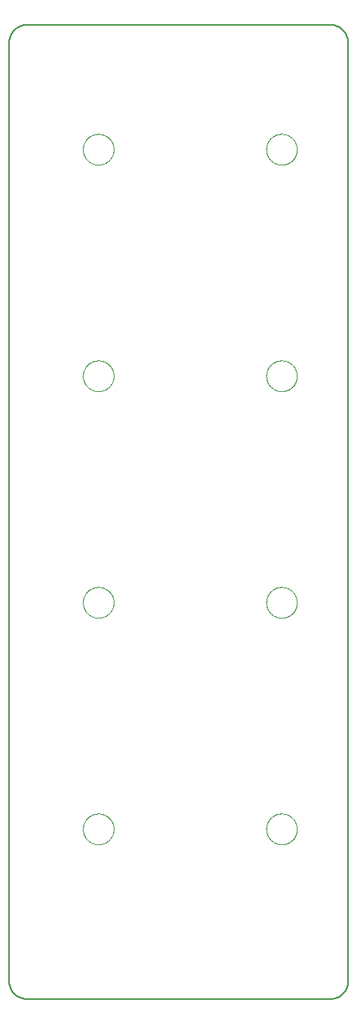
<source format=gko>
G75*
%MOIN*%
%OFA0B0*%
%FSLAX25Y25*%
%IPPOS*%
%LPD*%
%AMOC8*
5,1,8,0,0,1.08239X$1,22.5*
%
%ADD10C,0.00600*%
%ADD11C,0.00000*%
D10*
X0000000Y0007874D02*
X0000000Y0422126D01*
X0000002Y0422316D01*
X0000009Y0422506D01*
X0000021Y0422696D01*
X0000037Y0422886D01*
X0000057Y0423075D01*
X0000083Y0423264D01*
X0000112Y0423452D01*
X0000147Y0423639D01*
X0000186Y0423825D01*
X0000229Y0424010D01*
X0000277Y0424195D01*
X0000329Y0424378D01*
X0000385Y0424559D01*
X0000446Y0424739D01*
X0000512Y0424918D01*
X0000581Y0425095D01*
X0000655Y0425271D01*
X0000733Y0425444D01*
X0000816Y0425616D01*
X0000902Y0425785D01*
X0000992Y0425953D01*
X0001087Y0426118D01*
X0001185Y0426281D01*
X0001288Y0426441D01*
X0001394Y0426599D01*
X0001504Y0426754D01*
X0001617Y0426907D01*
X0001735Y0427057D01*
X0001856Y0427203D01*
X0001980Y0427347D01*
X0002108Y0427488D01*
X0002239Y0427626D01*
X0002374Y0427761D01*
X0002512Y0427892D01*
X0002653Y0428020D01*
X0002797Y0428144D01*
X0002943Y0428265D01*
X0003093Y0428383D01*
X0003246Y0428496D01*
X0003401Y0428606D01*
X0003559Y0428712D01*
X0003719Y0428815D01*
X0003882Y0428913D01*
X0004047Y0429008D01*
X0004215Y0429098D01*
X0004384Y0429184D01*
X0004556Y0429267D01*
X0004729Y0429345D01*
X0004905Y0429419D01*
X0005082Y0429488D01*
X0005261Y0429554D01*
X0005441Y0429615D01*
X0005622Y0429671D01*
X0005805Y0429723D01*
X0005990Y0429771D01*
X0006175Y0429814D01*
X0006361Y0429853D01*
X0006548Y0429888D01*
X0006736Y0429917D01*
X0006925Y0429943D01*
X0007114Y0429963D01*
X0007304Y0429979D01*
X0007494Y0429991D01*
X0007684Y0429998D01*
X0007874Y0430000D01*
X0142126Y0430000D01*
X0142316Y0429998D01*
X0142506Y0429991D01*
X0142696Y0429979D01*
X0142886Y0429963D01*
X0143075Y0429943D01*
X0143264Y0429917D01*
X0143452Y0429888D01*
X0143639Y0429853D01*
X0143825Y0429814D01*
X0144010Y0429771D01*
X0144195Y0429723D01*
X0144378Y0429671D01*
X0144559Y0429615D01*
X0144739Y0429554D01*
X0144918Y0429488D01*
X0145095Y0429419D01*
X0145271Y0429345D01*
X0145444Y0429267D01*
X0145616Y0429184D01*
X0145785Y0429098D01*
X0145953Y0429008D01*
X0146118Y0428913D01*
X0146281Y0428815D01*
X0146441Y0428712D01*
X0146599Y0428606D01*
X0146754Y0428496D01*
X0146907Y0428383D01*
X0147057Y0428265D01*
X0147203Y0428144D01*
X0147347Y0428020D01*
X0147488Y0427892D01*
X0147626Y0427761D01*
X0147761Y0427626D01*
X0147892Y0427488D01*
X0148020Y0427347D01*
X0148144Y0427203D01*
X0148265Y0427057D01*
X0148383Y0426907D01*
X0148496Y0426754D01*
X0148606Y0426599D01*
X0148712Y0426441D01*
X0148815Y0426281D01*
X0148913Y0426118D01*
X0149008Y0425953D01*
X0149098Y0425785D01*
X0149184Y0425616D01*
X0149267Y0425444D01*
X0149345Y0425271D01*
X0149419Y0425095D01*
X0149488Y0424918D01*
X0149554Y0424739D01*
X0149615Y0424559D01*
X0149671Y0424378D01*
X0149723Y0424195D01*
X0149771Y0424010D01*
X0149814Y0423825D01*
X0149853Y0423639D01*
X0149888Y0423452D01*
X0149917Y0423264D01*
X0149943Y0423075D01*
X0149963Y0422886D01*
X0149979Y0422696D01*
X0149991Y0422506D01*
X0149998Y0422316D01*
X0150000Y0422126D01*
X0150000Y0007874D01*
X0149998Y0007684D01*
X0149991Y0007494D01*
X0149979Y0007304D01*
X0149963Y0007114D01*
X0149943Y0006925D01*
X0149917Y0006736D01*
X0149888Y0006548D01*
X0149853Y0006361D01*
X0149814Y0006175D01*
X0149771Y0005990D01*
X0149723Y0005805D01*
X0149671Y0005622D01*
X0149615Y0005441D01*
X0149554Y0005261D01*
X0149488Y0005082D01*
X0149419Y0004905D01*
X0149345Y0004729D01*
X0149267Y0004556D01*
X0149184Y0004384D01*
X0149098Y0004215D01*
X0149008Y0004047D01*
X0148913Y0003882D01*
X0148815Y0003719D01*
X0148712Y0003559D01*
X0148606Y0003401D01*
X0148496Y0003246D01*
X0148383Y0003093D01*
X0148265Y0002943D01*
X0148144Y0002797D01*
X0148020Y0002653D01*
X0147892Y0002512D01*
X0147761Y0002374D01*
X0147626Y0002239D01*
X0147488Y0002108D01*
X0147347Y0001980D01*
X0147203Y0001856D01*
X0147057Y0001735D01*
X0146907Y0001617D01*
X0146754Y0001504D01*
X0146599Y0001394D01*
X0146441Y0001288D01*
X0146281Y0001185D01*
X0146118Y0001087D01*
X0145953Y0000992D01*
X0145785Y0000902D01*
X0145616Y0000816D01*
X0145444Y0000733D01*
X0145271Y0000655D01*
X0145095Y0000581D01*
X0144918Y0000512D01*
X0144739Y0000446D01*
X0144559Y0000385D01*
X0144378Y0000329D01*
X0144195Y0000277D01*
X0144010Y0000229D01*
X0143825Y0000186D01*
X0143639Y0000147D01*
X0143452Y0000112D01*
X0143264Y0000083D01*
X0143075Y0000057D01*
X0142886Y0000037D01*
X0142696Y0000021D01*
X0142506Y0000009D01*
X0142316Y0000002D01*
X0142126Y0000000D01*
X0007874Y0000000D01*
X0007684Y0000002D01*
X0007494Y0000009D01*
X0007304Y0000021D01*
X0007114Y0000037D01*
X0006925Y0000057D01*
X0006736Y0000083D01*
X0006548Y0000112D01*
X0006361Y0000147D01*
X0006175Y0000186D01*
X0005990Y0000229D01*
X0005805Y0000277D01*
X0005622Y0000329D01*
X0005441Y0000385D01*
X0005261Y0000446D01*
X0005082Y0000512D01*
X0004905Y0000581D01*
X0004729Y0000655D01*
X0004556Y0000733D01*
X0004384Y0000816D01*
X0004215Y0000902D01*
X0004047Y0000992D01*
X0003882Y0001087D01*
X0003719Y0001185D01*
X0003559Y0001288D01*
X0003401Y0001394D01*
X0003246Y0001504D01*
X0003093Y0001617D01*
X0002943Y0001735D01*
X0002797Y0001856D01*
X0002653Y0001980D01*
X0002512Y0002108D01*
X0002374Y0002239D01*
X0002239Y0002374D01*
X0002108Y0002512D01*
X0001980Y0002653D01*
X0001856Y0002797D01*
X0001735Y0002943D01*
X0001617Y0003093D01*
X0001504Y0003246D01*
X0001394Y0003401D01*
X0001288Y0003559D01*
X0001185Y0003719D01*
X0001087Y0003882D01*
X0000992Y0004047D01*
X0000902Y0004215D01*
X0000816Y0004384D01*
X0000733Y0004556D01*
X0000655Y0004729D01*
X0000581Y0004905D01*
X0000512Y0005082D01*
X0000446Y0005261D01*
X0000385Y0005441D01*
X0000329Y0005622D01*
X0000277Y0005805D01*
X0000229Y0005990D01*
X0000186Y0006175D01*
X0000147Y0006361D01*
X0000112Y0006548D01*
X0000083Y0006736D01*
X0000057Y0006925D01*
X0000037Y0007114D01*
X0000021Y0007304D01*
X0000009Y0007494D01*
X0000002Y0007684D01*
X0000000Y0007874D01*
D11*
X0113760Y0275000D02*
X0113762Y0275167D01*
X0113768Y0275333D01*
X0113778Y0275500D01*
X0113793Y0275666D01*
X0113811Y0275831D01*
X0113834Y0275996D01*
X0113860Y0276161D01*
X0113890Y0276325D01*
X0113925Y0276488D01*
X0113964Y0276650D01*
X0114006Y0276811D01*
X0114052Y0276971D01*
X0114103Y0277130D01*
X0114157Y0277288D01*
X0114215Y0277444D01*
X0114277Y0277599D01*
X0114343Y0277752D01*
X0114412Y0277904D01*
X0114485Y0278053D01*
X0114562Y0278201D01*
X0114642Y0278347D01*
X0114726Y0278491D01*
X0114814Y0278633D01*
X0114904Y0278773D01*
X0114999Y0278910D01*
X0115096Y0279045D01*
X0115197Y0279178D01*
X0115301Y0279308D01*
X0115409Y0279436D01*
X0115519Y0279561D01*
X0115633Y0279683D01*
X0115749Y0279802D01*
X0115868Y0279918D01*
X0115990Y0280032D01*
X0116115Y0280142D01*
X0116243Y0280250D01*
X0116373Y0280354D01*
X0116506Y0280455D01*
X0116641Y0280552D01*
X0116778Y0280647D01*
X0116918Y0280737D01*
X0117060Y0280825D01*
X0117204Y0280909D01*
X0117350Y0280989D01*
X0117498Y0281066D01*
X0117647Y0281139D01*
X0117799Y0281208D01*
X0117952Y0281274D01*
X0118107Y0281336D01*
X0118263Y0281394D01*
X0118421Y0281448D01*
X0118580Y0281499D01*
X0118740Y0281545D01*
X0118901Y0281587D01*
X0119063Y0281626D01*
X0119226Y0281661D01*
X0119390Y0281691D01*
X0119555Y0281717D01*
X0119720Y0281740D01*
X0119885Y0281758D01*
X0120051Y0281773D01*
X0120218Y0281783D01*
X0120384Y0281789D01*
X0120551Y0281791D01*
X0120718Y0281789D01*
X0120884Y0281783D01*
X0121051Y0281773D01*
X0121217Y0281758D01*
X0121382Y0281740D01*
X0121547Y0281717D01*
X0121712Y0281691D01*
X0121876Y0281661D01*
X0122039Y0281626D01*
X0122201Y0281587D01*
X0122362Y0281545D01*
X0122522Y0281499D01*
X0122681Y0281448D01*
X0122839Y0281394D01*
X0122995Y0281336D01*
X0123150Y0281274D01*
X0123303Y0281208D01*
X0123455Y0281139D01*
X0123604Y0281066D01*
X0123752Y0280989D01*
X0123898Y0280909D01*
X0124042Y0280825D01*
X0124184Y0280737D01*
X0124324Y0280647D01*
X0124461Y0280552D01*
X0124596Y0280455D01*
X0124729Y0280354D01*
X0124859Y0280250D01*
X0124987Y0280142D01*
X0125112Y0280032D01*
X0125234Y0279918D01*
X0125353Y0279802D01*
X0125469Y0279683D01*
X0125583Y0279561D01*
X0125693Y0279436D01*
X0125801Y0279308D01*
X0125905Y0279178D01*
X0126006Y0279045D01*
X0126103Y0278910D01*
X0126198Y0278773D01*
X0126288Y0278633D01*
X0126376Y0278491D01*
X0126460Y0278347D01*
X0126540Y0278201D01*
X0126617Y0278053D01*
X0126690Y0277904D01*
X0126759Y0277752D01*
X0126825Y0277599D01*
X0126887Y0277444D01*
X0126945Y0277288D01*
X0126999Y0277130D01*
X0127050Y0276971D01*
X0127096Y0276811D01*
X0127138Y0276650D01*
X0127177Y0276488D01*
X0127212Y0276325D01*
X0127242Y0276161D01*
X0127268Y0275996D01*
X0127291Y0275831D01*
X0127309Y0275666D01*
X0127324Y0275500D01*
X0127334Y0275333D01*
X0127340Y0275167D01*
X0127342Y0275000D01*
X0127340Y0274833D01*
X0127334Y0274667D01*
X0127324Y0274500D01*
X0127309Y0274334D01*
X0127291Y0274169D01*
X0127268Y0274004D01*
X0127242Y0273839D01*
X0127212Y0273675D01*
X0127177Y0273512D01*
X0127138Y0273350D01*
X0127096Y0273189D01*
X0127050Y0273029D01*
X0126999Y0272870D01*
X0126945Y0272712D01*
X0126887Y0272556D01*
X0126825Y0272401D01*
X0126759Y0272248D01*
X0126690Y0272096D01*
X0126617Y0271947D01*
X0126540Y0271799D01*
X0126460Y0271653D01*
X0126376Y0271509D01*
X0126288Y0271367D01*
X0126198Y0271227D01*
X0126103Y0271090D01*
X0126006Y0270955D01*
X0125905Y0270822D01*
X0125801Y0270692D01*
X0125693Y0270564D01*
X0125583Y0270439D01*
X0125469Y0270317D01*
X0125353Y0270198D01*
X0125234Y0270082D01*
X0125112Y0269968D01*
X0124987Y0269858D01*
X0124859Y0269750D01*
X0124729Y0269646D01*
X0124596Y0269545D01*
X0124461Y0269448D01*
X0124324Y0269353D01*
X0124184Y0269263D01*
X0124042Y0269175D01*
X0123898Y0269091D01*
X0123752Y0269011D01*
X0123604Y0268934D01*
X0123455Y0268861D01*
X0123303Y0268792D01*
X0123150Y0268726D01*
X0122995Y0268664D01*
X0122839Y0268606D01*
X0122681Y0268552D01*
X0122522Y0268501D01*
X0122362Y0268455D01*
X0122201Y0268413D01*
X0122039Y0268374D01*
X0121876Y0268339D01*
X0121712Y0268309D01*
X0121547Y0268283D01*
X0121382Y0268260D01*
X0121217Y0268242D01*
X0121051Y0268227D01*
X0120884Y0268217D01*
X0120718Y0268211D01*
X0120551Y0268209D01*
X0120384Y0268211D01*
X0120218Y0268217D01*
X0120051Y0268227D01*
X0119885Y0268242D01*
X0119720Y0268260D01*
X0119555Y0268283D01*
X0119390Y0268309D01*
X0119226Y0268339D01*
X0119063Y0268374D01*
X0118901Y0268413D01*
X0118740Y0268455D01*
X0118580Y0268501D01*
X0118421Y0268552D01*
X0118263Y0268606D01*
X0118107Y0268664D01*
X0117952Y0268726D01*
X0117799Y0268792D01*
X0117647Y0268861D01*
X0117498Y0268934D01*
X0117350Y0269011D01*
X0117204Y0269091D01*
X0117060Y0269175D01*
X0116918Y0269263D01*
X0116778Y0269353D01*
X0116641Y0269448D01*
X0116506Y0269545D01*
X0116373Y0269646D01*
X0116243Y0269750D01*
X0116115Y0269858D01*
X0115990Y0269968D01*
X0115868Y0270082D01*
X0115749Y0270198D01*
X0115633Y0270317D01*
X0115519Y0270439D01*
X0115409Y0270564D01*
X0115301Y0270692D01*
X0115197Y0270822D01*
X0115096Y0270955D01*
X0114999Y0271090D01*
X0114904Y0271227D01*
X0114814Y0271367D01*
X0114726Y0271509D01*
X0114642Y0271653D01*
X0114562Y0271799D01*
X0114485Y0271947D01*
X0114412Y0272096D01*
X0114343Y0272248D01*
X0114277Y0272401D01*
X0114215Y0272556D01*
X0114157Y0272712D01*
X0114103Y0272870D01*
X0114052Y0273029D01*
X0114006Y0273189D01*
X0113964Y0273350D01*
X0113925Y0273512D01*
X0113890Y0273675D01*
X0113860Y0273839D01*
X0113834Y0274004D01*
X0113811Y0274169D01*
X0113793Y0274334D01*
X0113778Y0274500D01*
X0113768Y0274667D01*
X0113762Y0274833D01*
X0113760Y0275000D01*
X0032658Y0275000D02*
X0032660Y0275167D01*
X0032666Y0275333D01*
X0032676Y0275500D01*
X0032691Y0275666D01*
X0032709Y0275831D01*
X0032732Y0275996D01*
X0032758Y0276161D01*
X0032788Y0276325D01*
X0032823Y0276488D01*
X0032862Y0276650D01*
X0032904Y0276811D01*
X0032950Y0276971D01*
X0033001Y0277130D01*
X0033055Y0277288D01*
X0033113Y0277444D01*
X0033175Y0277599D01*
X0033241Y0277752D01*
X0033310Y0277904D01*
X0033383Y0278053D01*
X0033460Y0278201D01*
X0033540Y0278347D01*
X0033624Y0278491D01*
X0033712Y0278633D01*
X0033802Y0278773D01*
X0033897Y0278910D01*
X0033994Y0279045D01*
X0034095Y0279178D01*
X0034199Y0279308D01*
X0034307Y0279436D01*
X0034417Y0279561D01*
X0034531Y0279683D01*
X0034647Y0279802D01*
X0034766Y0279918D01*
X0034888Y0280032D01*
X0035013Y0280142D01*
X0035141Y0280250D01*
X0035271Y0280354D01*
X0035404Y0280455D01*
X0035539Y0280552D01*
X0035676Y0280647D01*
X0035816Y0280737D01*
X0035958Y0280825D01*
X0036102Y0280909D01*
X0036248Y0280989D01*
X0036396Y0281066D01*
X0036545Y0281139D01*
X0036697Y0281208D01*
X0036850Y0281274D01*
X0037005Y0281336D01*
X0037161Y0281394D01*
X0037319Y0281448D01*
X0037478Y0281499D01*
X0037638Y0281545D01*
X0037799Y0281587D01*
X0037961Y0281626D01*
X0038124Y0281661D01*
X0038288Y0281691D01*
X0038453Y0281717D01*
X0038618Y0281740D01*
X0038783Y0281758D01*
X0038949Y0281773D01*
X0039116Y0281783D01*
X0039282Y0281789D01*
X0039449Y0281791D01*
X0039616Y0281789D01*
X0039782Y0281783D01*
X0039949Y0281773D01*
X0040115Y0281758D01*
X0040280Y0281740D01*
X0040445Y0281717D01*
X0040610Y0281691D01*
X0040774Y0281661D01*
X0040937Y0281626D01*
X0041099Y0281587D01*
X0041260Y0281545D01*
X0041420Y0281499D01*
X0041579Y0281448D01*
X0041737Y0281394D01*
X0041893Y0281336D01*
X0042048Y0281274D01*
X0042201Y0281208D01*
X0042353Y0281139D01*
X0042502Y0281066D01*
X0042650Y0280989D01*
X0042796Y0280909D01*
X0042940Y0280825D01*
X0043082Y0280737D01*
X0043222Y0280647D01*
X0043359Y0280552D01*
X0043494Y0280455D01*
X0043627Y0280354D01*
X0043757Y0280250D01*
X0043885Y0280142D01*
X0044010Y0280032D01*
X0044132Y0279918D01*
X0044251Y0279802D01*
X0044367Y0279683D01*
X0044481Y0279561D01*
X0044591Y0279436D01*
X0044699Y0279308D01*
X0044803Y0279178D01*
X0044904Y0279045D01*
X0045001Y0278910D01*
X0045096Y0278773D01*
X0045186Y0278633D01*
X0045274Y0278491D01*
X0045358Y0278347D01*
X0045438Y0278201D01*
X0045515Y0278053D01*
X0045588Y0277904D01*
X0045657Y0277752D01*
X0045723Y0277599D01*
X0045785Y0277444D01*
X0045843Y0277288D01*
X0045897Y0277130D01*
X0045948Y0276971D01*
X0045994Y0276811D01*
X0046036Y0276650D01*
X0046075Y0276488D01*
X0046110Y0276325D01*
X0046140Y0276161D01*
X0046166Y0275996D01*
X0046189Y0275831D01*
X0046207Y0275666D01*
X0046222Y0275500D01*
X0046232Y0275333D01*
X0046238Y0275167D01*
X0046240Y0275000D01*
X0046238Y0274833D01*
X0046232Y0274667D01*
X0046222Y0274500D01*
X0046207Y0274334D01*
X0046189Y0274169D01*
X0046166Y0274004D01*
X0046140Y0273839D01*
X0046110Y0273675D01*
X0046075Y0273512D01*
X0046036Y0273350D01*
X0045994Y0273189D01*
X0045948Y0273029D01*
X0045897Y0272870D01*
X0045843Y0272712D01*
X0045785Y0272556D01*
X0045723Y0272401D01*
X0045657Y0272248D01*
X0045588Y0272096D01*
X0045515Y0271947D01*
X0045438Y0271799D01*
X0045358Y0271653D01*
X0045274Y0271509D01*
X0045186Y0271367D01*
X0045096Y0271227D01*
X0045001Y0271090D01*
X0044904Y0270955D01*
X0044803Y0270822D01*
X0044699Y0270692D01*
X0044591Y0270564D01*
X0044481Y0270439D01*
X0044367Y0270317D01*
X0044251Y0270198D01*
X0044132Y0270082D01*
X0044010Y0269968D01*
X0043885Y0269858D01*
X0043757Y0269750D01*
X0043627Y0269646D01*
X0043494Y0269545D01*
X0043359Y0269448D01*
X0043222Y0269353D01*
X0043082Y0269263D01*
X0042940Y0269175D01*
X0042796Y0269091D01*
X0042650Y0269011D01*
X0042502Y0268934D01*
X0042353Y0268861D01*
X0042201Y0268792D01*
X0042048Y0268726D01*
X0041893Y0268664D01*
X0041737Y0268606D01*
X0041579Y0268552D01*
X0041420Y0268501D01*
X0041260Y0268455D01*
X0041099Y0268413D01*
X0040937Y0268374D01*
X0040774Y0268339D01*
X0040610Y0268309D01*
X0040445Y0268283D01*
X0040280Y0268260D01*
X0040115Y0268242D01*
X0039949Y0268227D01*
X0039782Y0268217D01*
X0039616Y0268211D01*
X0039449Y0268209D01*
X0039282Y0268211D01*
X0039116Y0268217D01*
X0038949Y0268227D01*
X0038783Y0268242D01*
X0038618Y0268260D01*
X0038453Y0268283D01*
X0038288Y0268309D01*
X0038124Y0268339D01*
X0037961Y0268374D01*
X0037799Y0268413D01*
X0037638Y0268455D01*
X0037478Y0268501D01*
X0037319Y0268552D01*
X0037161Y0268606D01*
X0037005Y0268664D01*
X0036850Y0268726D01*
X0036697Y0268792D01*
X0036545Y0268861D01*
X0036396Y0268934D01*
X0036248Y0269011D01*
X0036102Y0269091D01*
X0035958Y0269175D01*
X0035816Y0269263D01*
X0035676Y0269353D01*
X0035539Y0269448D01*
X0035404Y0269545D01*
X0035271Y0269646D01*
X0035141Y0269750D01*
X0035013Y0269858D01*
X0034888Y0269968D01*
X0034766Y0270082D01*
X0034647Y0270198D01*
X0034531Y0270317D01*
X0034417Y0270439D01*
X0034307Y0270564D01*
X0034199Y0270692D01*
X0034095Y0270822D01*
X0033994Y0270955D01*
X0033897Y0271090D01*
X0033802Y0271227D01*
X0033712Y0271367D01*
X0033624Y0271509D01*
X0033540Y0271653D01*
X0033460Y0271799D01*
X0033383Y0271947D01*
X0033310Y0272096D01*
X0033241Y0272248D01*
X0033175Y0272401D01*
X0033113Y0272556D01*
X0033055Y0272712D01*
X0033001Y0272870D01*
X0032950Y0273029D01*
X0032904Y0273189D01*
X0032862Y0273350D01*
X0032823Y0273512D01*
X0032788Y0273675D01*
X0032758Y0273839D01*
X0032732Y0274004D01*
X0032709Y0274169D01*
X0032691Y0274334D01*
X0032676Y0274500D01*
X0032666Y0274667D01*
X0032660Y0274833D01*
X0032658Y0275000D01*
X0113760Y0075000D02*
X0113762Y0075167D01*
X0113768Y0075333D01*
X0113778Y0075500D01*
X0113793Y0075666D01*
X0113811Y0075831D01*
X0113834Y0075996D01*
X0113860Y0076161D01*
X0113890Y0076325D01*
X0113925Y0076488D01*
X0113964Y0076650D01*
X0114006Y0076811D01*
X0114052Y0076971D01*
X0114103Y0077130D01*
X0114157Y0077288D01*
X0114215Y0077444D01*
X0114277Y0077599D01*
X0114343Y0077752D01*
X0114412Y0077904D01*
X0114485Y0078053D01*
X0114562Y0078201D01*
X0114642Y0078347D01*
X0114726Y0078491D01*
X0114814Y0078633D01*
X0114904Y0078773D01*
X0114999Y0078910D01*
X0115096Y0079045D01*
X0115197Y0079178D01*
X0115301Y0079308D01*
X0115409Y0079436D01*
X0115519Y0079561D01*
X0115633Y0079683D01*
X0115749Y0079802D01*
X0115868Y0079918D01*
X0115990Y0080032D01*
X0116115Y0080142D01*
X0116243Y0080250D01*
X0116373Y0080354D01*
X0116506Y0080455D01*
X0116641Y0080552D01*
X0116778Y0080647D01*
X0116918Y0080737D01*
X0117060Y0080825D01*
X0117204Y0080909D01*
X0117350Y0080989D01*
X0117498Y0081066D01*
X0117647Y0081139D01*
X0117799Y0081208D01*
X0117952Y0081274D01*
X0118107Y0081336D01*
X0118263Y0081394D01*
X0118421Y0081448D01*
X0118580Y0081499D01*
X0118740Y0081545D01*
X0118901Y0081587D01*
X0119063Y0081626D01*
X0119226Y0081661D01*
X0119390Y0081691D01*
X0119555Y0081717D01*
X0119720Y0081740D01*
X0119885Y0081758D01*
X0120051Y0081773D01*
X0120218Y0081783D01*
X0120384Y0081789D01*
X0120551Y0081791D01*
X0120718Y0081789D01*
X0120884Y0081783D01*
X0121051Y0081773D01*
X0121217Y0081758D01*
X0121382Y0081740D01*
X0121547Y0081717D01*
X0121712Y0081691D01*
X0121876Y0081661D01*
X0122039Y0081626D01*
X0122201Y0081587D01*
X0122362Y0081545D01*
X0122522Y0081499D01*
X0122681Y0081448D01*
X0122839Y0081394D01*
X0122995Y0081336D01*
X0123150Y0081274D01*
X0123303Y0081208D01*
X0123455Y0081139D01*
X0123604Y0081066D01*
X0123752Y0080989D01*
X0123898Y0080909D01*
X0124042Y0080825D01*
X0124184Y0080737D01*
X0124324Y0080647D01*
X0124461Y0080552D01*
X0124596Y0080455D01*
X0124729Y0080354D01*
X0124859Y0080250D01*
X0124987Y0080142D01*
X0125112Y0080032D01*
X0125234Y0079918D01*
X0125353Y0079802D01*
X0125469Y0079683D01*
X0125583Y0079561D01*
X0125693Y0079436D01*
X0125801Y0079308D01*
X0125905Y0079178D01*
X0126006Y0079045D01*
X0126103Y0078910D01*
X0126198Y0078773D01*
X0126288Y0078633D01*
X0126376Y0078491D01*
X0126460Y0078347D01*
X0126540Y0078201D01*
X0126617Y0078053D01*
X0126690Y0077904D01*
X0126759Y0077752D01*
X0126825Y0077599D01*
X0126887Y0077444D01*
X0126945Y0077288D01*
X0126999Y0077130D01*
X0127050Y0076971D01*
X0127096Y0076811D01*
X0127138Y0076650D01*
X0127177Y0076488D01*
X0127212Y0076325D01*
X0127242Y0076161D01*
X0127268Y0075996D01*
X0127291Y0075831D01*
X0127309Y0075666D01*
X0127324Y0075500D01*
X0127334Y0075333D01*
X0127340Y0075167D01*
X0127342Y0075000D01*
X0127340Y0074833D01*
X0127334Y0074667D01*
X0127324Y0074500D01*
X0127309Y0074334D01*
X0127291Y0074169D01*
X0127268Y0074004D01*
X0127242Y0073839D01*
X0127212Y0073675D01*
X0127177Y0073512D01*
X0127138Y0073350D01*
X0127096Y0073189D01*
X0127050Y0073029D01*
X0126999Y0072870D01*
X0126945Y0072712D01*
X0126887Y0072556D01*
X0126825Y0072401D01*
X0126759Y0072248D01*
X0126690Y0072096D01*
X0126617Y0071947D01*
X0126540Y0071799D01*
X0126460Y0071653D01*
X0126376Y0071509D01*
X0126288Y0071367D01*
X0126198Y0071227D01*
X0126103Y0071090D01*
X0126006Y0070955D01*
X0125905Y0070822D01*
X0125801Y0070692D01*
X0125693Y0070564D01*
X0125583Y0070439D01*
X0125469Y0070317D01*
X0125353Y0070198D01*
X0125234Y0070082D01*
X0125112Y0069968D01*
X0124987Y0069858D01*
X0124859Y0069750D01*
X0124729Y0069646D01*
X0124596Y0069545D01*
X0124461Y0069448D01*
X0124324Y0069353D01*
X0124184Y0069263D01*
X0124042Y0069175D01*
X0123898Y0069091D01*
X0123752Y0069011D01*
X0123604Y0068934D01*
X0123455Y0068861D01*
X0123303Y0068792D01*
X0123150Y0068726D01*
X0122995Y0068664D01*
X0122839Y0068606D01*
X0122681Y0068552D01*
X0122522Y0068501D01*
X0122362Y0068455D01*
X0122201Y0068413D01*
X0122039Y0068374D01*
X0121876Y0068339D01*
X0121712Y0068309D01*
X0121547Y0068283D01*
X0121382Y0068260D01*
X0121217Y0068242D01*
X0121051Y0068227D01*
X0120884Y0068217D01*
X0120718Y0068211D01*
X0120551Y0068209D01*
X0120384Y0068211D01*
X0120218Y0068217D01*
X0120051Y0068227D01*
X0119885Y0068242D01*
X0119720Y0068260D01*
X0119555Y0068283D01*
X0119390Y0068309D01*
X0119226Y0068339D01*
X0119063Y0068374D01*
X0118901Y0068413D01*
X0118740Y0068455D01*
X0118580Y0068501D01*
X0118421Y0068552D01*
X0118263Y0068606D01*
X0118107Y0068664D01*
X0117952Y0068726D01*
X0117799Y0068792D01*
X0117647Y0068861D01*
X0117498Y0068934D01*
X0117350Y0069011D01*
X0117204Y0069091D01*
X0117060Y0069175D01*
X0116918Y0069263D01*
X0116778Y0069353D01*
X0116641Y0069448D01*
X0116506Y0069545D01*
X0116373Y0069646D01*
X0116243Y0069750D01*
X0116115Y0069858D01*
X0115990Y0069968D01*
X0115868Y0070082D01*
X0115749Y0070198D01*
X0115633Y0070317D01*
X0115519Y0070439D01*
X0115409Y0070564D01*
X0115301Y0070692D01*
X0115197Y0070822D01*
X0115096Y0070955D01*
X0114999Y0071090D01*
X0114904Y0071227D01*
X0114814Y0071367D01*
X0114726Y0071509D01*
X0114642Y0071653D01*
X0114562Y0071799D01*
X0114485Y0071947D01*
X0114412Y0072096D01*
X0114343Y0072248D01*
X0114277Y0072401D01*
X0114215Y0072556D01*
X0114157Y0072712D01*
X0114103Y0072870D01*
X0114052Y0073029D01*
X0114006Y0073189D01*
X0113964Y0073350D01*
X0113925Y0073512D01*
X0113890Y0073675D01*
X0113860Y0073839D01*
X0113834Y0074004D01*
X0113811Y0074169D01*
X0113793Y0074334D01*
X0113778Y0074500D01*
X0113768Y0074667D01*
X0113762Y0074833D01*
X0113760Y0075000D01*
X0032658Y0075000D02*
X0032660Y0075167D01*
X0032666Y0075333D01*
X0032676Y0075500D01*
X0032691Y0075666D01*
X0032709Y0075831D01*
X0032732Y0075996D01*
X0032758Y0076161D01*
X0032788Y0076325D01*
X0032823Y0076488D01*
X0032862Y0076650D01*
X0032904Y0076811D01*
X0032950Y0076971D01*
X0033001Y0077130D01*
X0033055Y0077288D01*
X0033113Y0077444D01*
X0033175Y0077599D01*
X0033241Y0077752D01*
X0033310Y0077904D01*
X0033383Y0078053D01*
X0033460Y0078201D01*
X0033540Y0078347D01*
X0033624Y0078491D01*
X0033712Y0078633D01*
X0033802Y0078773D01*
X0033897Y0078910D01*
X0033994Y0079045D01*
X0034095Y0079178D01*
X0034199Y0079308D01*
X0034307Y0079436D01*
X0034417Y0079561D01*
X0034531Y0079683D01*
X0034647Y0079802D01*
X0034766Y0079918D01*
X0034888Y0080032D01*
X0035013Y0080142D01*
X0035141Y0080250D01*
X0035271Y0080354D01*
X0035404Y0080455D01*
X0035539Y0080552D01*
X0035676Y0080647D01*
X0035816Y0080737D01*
X0035958Y0080825D01*
X0036102Y0080909D01*
X0036248Y0080989D01*
X0036396Y0081066D01*
X0036545Y0081139D01*
X0036697Y0081208D01*
X0036850Y0081274D01*
X0037005Y0081336D01*
X0037161Y0081394D01*
X0037319Y0081448D01*
X0037478Y0081499D01*
X0037638Y0081545D01*
X0037799Y0081587D01*
X0037961Y0081626D01*
X0038124Y0081661D01*
X0038288Y0081691D01*
X0038453Y0081717D01*
X0038618Y0081740D01*
X0038783Y0081758D01*
X0038949Y0081773D01*
X0039116Y0081783D01*
X0039282Y0081789D01*
X0039449Y0081791D01*
X0039616Y0081789D01*
X0039782Y0081783D01*
X0039949Y0081773D01*
X0040115Y0081758D01*
X0040280Y0081740D01*
X0040445Y0081717D01*
X0040610Y0081691D01*
X0040774Y0081661D01*
X0040937Y0081626D01*
X0041099Y0081587D01*
X0041260Y0081545D01*
X0041420Y0081499D01*
X0041579Y0081448D01*
X0041737Y0081394D01*
X0041893Y0081336D01*
X0042048Y0081274D01*
X0042201Y0081208D01*
X0042353Y0081139D01*
X0042502Y0081066D01*
X0042650Y0080989D01*
X0042796Y0080909D01*
X0042940Y0080825D01*
X0043082Y0080737D01*
X0043222Y0080647D01*
X0043359Y0080552D01*
X0043494Y0080455D01*
X0043627Y0080354D01*
X0043757Y0080250D01*
X0043885Y0080142D01*
X0044010Y0080032D01*
X0044132Y0079918D01*
X0044251Y0079802D01*
X0044367Y0079683D01*
X0044481Y0079561D01*
X0044591Y0079436D01*
X0044699Y0079308D01*
X0044803Y0079178D01*
X0044904Y0079045D01*
X0045001Y0078910D01*
X0045096Y0078773D01*
X0045186Y0078633D01*
X0045274Y0078491D01*
X0045358Y0078347D01*
X0045438Y0078201D01*
X0045515Y0078053D01*
X0045588Y0077904D01*
X0045657Y0077752D01*
X0045723Y0077599D01*
X0045785Y0077444D01*
X0045843Y0077288D01*
X0045897Y0077130D01*
X0045948Y0076971D01*
X0045994Y0076811D01*
X0046036Y0076650D01*
X0046075Y0076488D01*
X0046110Y0076325D01*
X0046140Y0076161D01*
X0046166Y0075996D01*
X0046189Y0075831D01*
X0046207Y0075666D01*
X0046222Y0075500D01*
X0046232Y0075333D01*
X0046238Y0075167D01*
X0046240Y0075000D01*
X0046238Y0074833D01*
X0046232Y0074667D01*
X0046222Y0074500D01*
X0046207Y0074334D01*
X0046189Y0074169D01*
X0046166Y0074004D01*
X0046140Y0073839D01*
X0046110Y0073675D01*
X0046075Y0073512D01*
X0046036Y0073350D01*
X0045994Y0073189D01*
X0045948Y0073029D01*
X0045897Y0072870D01*
X0045843Y0072712D01*
X0045785Y0072556D01*
X0045723Y0072401D01*
X0045657Y0072248D01*
X0045588Y0072096D01*
X0045515Y0071947D01*
X0045438Y0071799D01*
X0045358Y0071653D01*
X0045274Y0071509D01*
X0045186Y0071367D01*
X0045096Y0071227D01*
X0045001Y0071090D01*
X0044904Y0070955D01*
X0044803Y0070822D01*
X0044699Y0070692D01*
X0044591Y0070564D01*
X0044481Y0070439D01*
X0044367Y0070317D01*
X0044251Y0070198D01*
X0044132Y0070082D01*
X0044010Y0069968D01*
X0043885Y0069858D01*
X0043757Y0069750D01*
X0043627Y0069646D01*
X0043494Y0069545D01*
X0043359Y0069448D01*
X0043222Y0069353D01*
X0043082Y0069263D01*
X0042940Y0069175D01*
X0042796Y0069091D01*
X0042650Y0069011D01*
X0042502Y0068934D01*
X0042353Y0068861D01*
X0042201Y0068792D01*
X0042048Y0068726D01*
X0041893Y0068664D01*
X0041737Y0068606D01*
X0041579Y0068552D01*
X0041420Y0068501D01*
X0041260Y0068455D01*
X0041099Y0068413D01*
X0040937Y0068374D01*
X0040774Y0068339D01*
X0040610Y0068309D01*
X0040445Y0068283D01*
X0040280Y0068260D01*
X0040115Y0068242D01*
X0039949Y0068227D01*
X0039782Y0068217D01*
X0039616Y0068211D01*
X0039449Y0068209D01*
X0039282Y0068211D01*
X0039116Y0068217D01*
X0038949Y0068227D01*
X0038783Y0068242D01*
X0038618Y0068260D01*
X0038453Y0068283D01*
X0038288Y0068309D01*
X0038124Y0068339D01*
X0037961Y0068374D01*
X0037799Y0068413D01*
X0037638Y0068455D01*
X0037478Y0068501D01*
X0037319Y0068552D01*
X0037161Y0068606D01*
X0037005Y0068664D01*
X0036850Y0068726D01*
X0036697Y0068792D01*
X0036545Y0068861D01*
X0036396Y0068934D01*
X0036248Y0069011D01*
X0036102Y0069091D01*
X0035958Y0069175D01*
X0035816Y0069263D01*
X0035676Y0069353D01*
X0035539Y0069448D01*
X0035404Y0069545D01*
X0035271Y0069646D01*
X0035141Y0069750D01*
X0035013Y0069858D01*
X0034888Y0069968D01*
X0034766Y0070082D01*
X0034647Y0070198D01*
X0034531Y0070317D01*
X0034417Y0070439D01*
X0034307Y0070564D01*
X0034199Y0070692D01*
X0034095Y0070822D01*
X0033994Y0070955D01*
X0033897Y0071090D01*
X0033802Y0071227D01*
X0033712Y0071367D01*
X0033624Y0071509D01*
X0033540Y0071653D01*
X0033460Y0071799D01*
X0033383Y0071947D01*
X0033310Y0072096D01*
X0033241Y0072248D01*
X0033175Y0072401D01*
X0033113Y0072556D01*
X0033055Y0072712D01*
X0033001Y0072870D01*
X0032950Y0073029D01*
X0032904Y0073189D01*
X0032862Y0073350D01*
X0032823Y0073512D01*
X0032788Y0073675D01*
X0032758Y0073839D01*
X0032732Y0074004D01*
X0032709Y0074169D01*
X0032691Y0074334D01*
X0032676Y0074500D01*
X0032666Y0074667D01*
X0032660Y0074833D01*
X0032658Y0075000D01*
X0113760Y0175000D02*
X0113762Y0175167D01*
X0113768Y0175333D01*
X0113778Y0175500D01*
X0113793Y0175666D01*
X0113811Y0175831D01*
X0113834Y0175996D01*
X0113860Y0176161D01*
X0113890Y0176325D01*
X0113925Y0176488D01*
X0113964Y0176650D01*
X0114006Y0176811D01*
X0114052Y0176971D01*
X0114103Y0177130D01*
X0114157Y0177288D01*
X0114215Y0177444D01*
X0114277Y0177599D01*
X0114343Y0177752D01*
X0114412Y0177904D01*
X0114485Y0178053D01*
X0114562Y0178201D01*
X0114642Y0178347D01*
X0114726Y0178491D01*
X0114814Y0178633D01*
X0114904Y0178773D01*
X0114999Y0178910D01*
X0115096Y0179045D01*
X0115197Y0179178D01*
X0115301Y0179308D01*
X0115409Y0179436D01*
X0115519Y0179561D01*
X0115633Y0179683D01*
X0115749Y0179802D01*
X0115868Y0179918D01*
X0115990Y0180032D01*
X0116115Y0180142D01*
X0116243Y0180250D01*
X0116373Y0180354D01*
X0116506Y0180455D01*
X0116641Y0180552D01*
X0116778Y0180647D01*
X0116918Y0180737D01*
X0117060Y0180825D01*
X0117204Y0180909D01*
X0117350Y0180989D01*
X0117498Y0181066D01*
X0117647Y0181139D01*
X0117799Y0181208D01*
X0117952Y0181274D01*
X0118107Y0181336D01*
X0118263Y0181394D01*
X0118421Y0181448D01*
X0118580Y0181499D01*
X0118740Y0181545D01*
X0118901Y0181587D01*
X0119063Y0181626D01*
X0119226Y0181661D01*
X0119390Y0181691D01*
X0119555Y0181717D01*
X0119720Y0181740D01*
X0119885Y0181758D01*
X0120051Y0181773D01*
X0120218Y0181783D01*
X0120384Y0181789D01*
X0120551Y0181791D01*
X0120718Y0181789D01*
X0120884Y0181783D01*
X0121051Y0181773D01*
X0121217Y0181758D01*
X0121382Y0181740D01*
X0121547Y0181717D01*
X0121712Y0181691D01*
X0121876Y0181661D01*
X0122039Y0181626D01*
X0122201Y0181587D01*
X0122362Y0181545D01*
X0122522Y0181499D01*
X0122681Y0181448D01*
X0122839Y0181394D01*
X0122995Y0181336D01*
X0123150Y0181274D01*
X0123303Y0181208D01*
X0123455Y0181139D01*
X0123604Y0181066D01*
X0123752Y0180989D01*
X0123898Y0180909D01*
X0124042Y0180825D01*
X0124184Y0180737D01*
X0124324Y0180647D01*
X0124461Y0180552D01*
X0124596Y0180455D01*
X0124729Y0180354D01*
X0124859Y0180250D01*
X0124987Y0180142D01*
X0125112Y0180032D01*
X0125234Y0179918D01*
X0125353Y0179802D01*
X0125469Y0179683D01*
X0125583Y0179561D01*
X0125693Y0179436D01*
X0125801Y0179308D01*
X0125905Y0179178D01*
X0126006Y0179045D01*
X0126103Y0178910D01*
X0126198Y0178773D01*
X0126288Y0178633D01*
X0126376Y0178491D01*
X0126460Y0178347D01*
X0126540Y0178201D01*
X0126617Y0178053D01*
X0126690Y0177904D01*
X0126759Y0177752D01*
X0126825Y0177599D01*
X0126887Y0177444D01*
X0126945Y0177288D01*
X0126999Y0177130D01*
X0127050Y0176971D01*
X0127096Y0176811D01*
X0127138Y0176650D01*
X0127177Y0176488D01*
X0127212Y0176325D01*
X0127242Y0176161D01*
X0127268Y0175996D01*
X0127291Y0175831D01*
X0127309Y0175666D01*
X0127324Y0175500D01*
X0127334Y0175333D01*
X0127340Y0175167D01*
X0127342Y0175000D01*
X0127340Y0174833D01*
X0127334Y0174667D01*
X0127324Y0174500D01*
X0127309Y0174334D01*
X0127291Y0174169D01*
X0127268Y0174004D01*
X0127242Y0173839D01*
X0127212Y0173675D01*
X0127177Y0173512D01*
X0127138Y0173350D01*
X0127096Y0173189D01*
X0127050Y0173029D01*
X0126999Y0172870D01*
X0126945Y0172712D01*
X0126887Y0172556D01*
X0126825Y0172401D01*
X0126759Y0172248D01*
X0126690Y0172096D01*
X0126617Y0171947D01*
X0126540Y0171799D01*
X0126460Y0171653D01*
X0126376Y0171509D01*
X0126288Y0171367D01*
X0126198Y0171227D01*
X0126103Y0171090D01*
X0126006Y0170955D01*
X0125905Y0170822D01*
X0125801Y0170692D01*
X0125693Y0170564D01*
X0125583Y0170439D01*
X0125469Y0170317D01*
X0125353Y0170198D01*
X0125234Y0170082D01*
X0125112Y0169968D01*
X0124987Y0169858D01*
X0124859Y0169750D01*
X0124729Y0169646D01*
X0124596Y0169545D01*
X0124461Y0169448D01*
X0124324Y0169353D01*
X0124184Y0169263D01*
X0124042Y0169175D01*
X0123898Y0169091D01*
X0123752Y0169011D01*
X0123604Y0168934D01*
X0123455Y0168861D01*
X0123303Y0168792D01*
X0123150Y0168726D01*
X0122995Y0168664D01*
X0122839Y0168606D01*
X0122681Y0168552D01*
X0122522Y0168501D01*
X0122362Y0168455D01*
X0122201Y0168413D01*
X0122039Y0168374D01*
X0121876Y0168339D01*
X0121712Y0168309D01*
X0121547Y0168283D01*
X0121382Y0168260D01*
X0121217Y0168242D01*
X0121051Y0168227D01*
X0120884Y0168217D01*
X0120718Y0168211D01*
X0120551Y0168209D01*
X0120384Y0168211D01*
X0120218Y0168217D01*
X0120051Y0168227D01*
X0119885Y0168242D01*
X0119720Y0168260D01*
X0119555Y0168283D01*
X0119390Y0168309D01*
X0119226Y0168339D01*
X0119063Y0168374D01*
X0118901Y0168413D01*
X0118740Y0168455D01*
X0118580Y0168501D01*
X0118421Y0168552D01*
X0118263Y0168606D01*
X0118107Y0168664D01*
X0117952Y0168726D01*
X0117799Y0168792D01*
X0117647Y0168861D01*
X0117498Y0168934D01*
X0117350Y0169011D01*
X0117204Y0169091D01*
X0117060Y0169175D01*
X0116918Y0169263D01*
X0116778Y0169353D01*
X0116641Y0169448D01*
X0116506Y0169545D01*
X0116373Y0169646D01*
X0116243Y0169750D01*
X0116115Y0169858D01*
X0115990Y0169968D01*
X0115868Y0170082D01*
X0115749Y0170198D01*
X0115633Y0170317D01*
X0115519Y0170439D01*
X0115409Y0170564D01*
X0115301Y0170692D01*
X0115197Y0170822D01*
X0115096Y0170955D01*
X0114999Y0171090D01*
X0114904Y0171227D01*
X0114814Y0171367D01*
X0114726Y0171509D01*
X0114642Y0171653D01*
X0114562Y0171799D01*
X0114485Y0171947D01*
X0114412Y0172096D01*
X0114343Y0172248D01*
X0114277Y0172401D01*
X0114215Y0172556D01*
X0114157Y0172712D01*
X0114103Y0172870D01*
X0114052Y0173029D01*
X0114006Y0173189D01*
X0113964Y0173350D01*
X0113925Y0173512D01*
X0113890Y0173675D01*
X0113860Y0173839D01*
X0113834Y0174004D01*
X0113811Y0174169D01*
X0113793Y0174334D01*
X0113778Y0174500D01*
X0113768Y0174667D01*
X0113762Y0174833D01*
X0113760Y0175000D01*
X0032658Y0175000D02*
X0032660Y0175167D01*
X0032666Y0175333D01*
X0032676Y0175500D01*
X0032691Y0175666D01*
X0032709Y0175831D01*
X0032732Y0175996D01*
X0032758Y0176161D01*
X0032788Y0176325D01*
X0032823Y0176488D01*
X0032862Y0176650D01*
X0032904Y0176811D01*
X0032950Y0176971D01*
X0033001Y0177130D01*
X0033055Y0177288D01*
X0033113Y0177444D01*
X0033175Y0177599D01*
X0033241Y0177752D01*
X0033310Y0177904D01*
X0033383Y0178053D01*
X0033460Y0178201D01*
X0033540Y0178347D01*
X0033624Y0178491D01*
X0033712Y0178633D01*
X0033802Y0178773D01*
X0033897Y0178910D01*
X0033994Y0179045D01*
X0034095Y0179178D01*
X0034199Y0179308D01*
X0034307Y0179436D01*
X0034417Y0179561D01*
X0034531Y0179683D01*
X0034647Y0179802D01*
X0034766Y0179918D01*
X0034888Y0180032D01*
X0035013Y0180142D01*
X0035141Y0180250D01*
X0035271Y0180354D01*
X0035404Y0180455D01*
X0035539Y0180552D01*
X0035676Y0180647D01*
X0035816Y0180737D01*
X0035958Y0180825D01*
X0036102Y0180909D01*
X0036248Y0180989D01*
X0036396Y0181066D01*
X0036545Y0181139D01*
X0036697Y0181208D01*
X0036850Y0181274D01*
X0037005Y0181336D01*
X0037161Y0181394D01*
X0037319Y0181448D01*
X0037478Y0181499D01*
X0037638Y0181545D01*
X0037799Y0181587D01*
X0037961Y0181626D01*
X0038124Y0181661D01*
X0038288Y0181691D01*
X0038453Y0181717D01*
X0038618Y0181740D01*
X0038783Y0181758D01*
X0038949Y0181773D01*
X0039116Y0181783D01*
X0039282Y0181789D01*
X0039449Y0181791D01*
X0039616Y0181789D01*
X0039782Y0181783D01*
X0039949Y0181773D01*
X0040115Y0181758D01*
X0040280Y0181740D01*
X0040445Y0181717D01*
X0040610Y0181691D01*
X0040774Y0181661D01*
X0040937Y0181626D01*
X0041099Y0181587D01*
X0041260Y0181545D01*
X0041420Y0181499D01*
X0041579Y0181448D01*
X0041737Y0181394D01*
X0041893Y0181336D01*
X0042048Y0181274D01*
X0042201Y0181208D01*
X0042353Y0181139D01*
X0042502Y0181066D01*
X0042650Y0180989D01*
X0042796Y0180909D01*
X0042940Y0180825D01*
X0043082Y0180737D01*
X0043222Y0180647D01*
X0043359Y0180552D01*
X0043494Y0180455D01*
X0043627Y0180354D01*
X0043757Y0180250D01*
X0043885Y0180142D01*
X0044010Y0180032D01*
X0044132Y0179918D01*
X0044251Y0179802D01*
X0044367Y0179683D01*
X0044481Y0179561D01*
X0044591Y0179436D01*
X0044699Y0179308D01*
X0044803Y0179178D01*
X0044904Y0179045D01*
X0045001Y0178910D01*
X0045096Y0178773D01*
X0045186Y0178633D01*
X0045274Y0178491D01*
X0045358Y0178347D01*
X0045438Y0178201D01*
X0045515Y0178053D01*
X0045588Y0177904D01*
X0045657Y0177752D01*
X0045723Y0177599D01*
X0045785Y0177444D01*
X0045843Y0177288D01*
X0045897Y0177130D01*
X0045948Y0176971D01*
X0045994Y0176811D01*
X0046036Y0176650D01*
X0046075Y0176488D01*
X0046110Y0176325D01*
X0046140Y0176161D01*
X0046166Y0175996D01*
X0046189Y0175831D01*
X0046207Y0175666D01*
X0046222Y0175500D01*
X0046232Y0175333D01*
X0046238Y0175167D01*
X0046240Y0175000D01*
X0046238Y0174833D01*
X0046232Y0174667D01*
X0046222Y0174500D01*
X0046207Y0174334D01*
X0046189Y0174169D01*
X0046166Y0174004D01*
X0046140Y0173839D01*
X0046110Y0173675D01*
X0046075Y0173512D01*
X0046036Y0173350D01*
X0045994Y0173189D01*
X0045948Y0173029D01*
X0045897Y0172870D01*
X0045843Y0172712D01*
X0045785Y0172556D01*
X0045723Y0172401D01*
X0045657Y0172248D01*
X0045588Y0172096D01*
X0045515Y0171947D01*
X0045438Y0171799D01*
X0045358Y0171653D01*
X0045274Y0171509D01*
X0045186Y0171367D01*
X0045096Y0171227D01*
X0045001Y0171090D01*
X0044904Y0170955D01*
X0044803Y0170822D01*
X0044699Y0170692D01*
X0044591Y0170564D01*
X0044481Y0170439D01*
X0044367Y0170317D01*
X0044251Y0170198D01*
X0044132Y0170082D01*
X0044010Y0169968D01*
X0043885Y0169858D01*
X0043757Y0169750D01*
X0043627Y0169646D01*
X0043494Y0169545D01*
X0043359Y0169448D01*
X0043222Y0169353D01*
X0043082Y0169263D01*
X0042940Y0169175D01*
X0042796Y0169091D01*
X0042650Y0169011D01*
X0042502Y0168934D01*
X0042353Y0168861D01*
X0042201Y0168792D01*
X0042048Y0168726D01*
X0041893Y0168664D01*
X0041737Y0168606D01*
X0041579Y0168552D01*
X0041420Y0168501D01*
X0041260Y0168455D01*
X0041099Y0168413D01*
X0040937Y0168374D01*
X0040774Y0168339D01*
X0040610Y0168309D01*
X0040445Y0168283D01*
X0040280Y0168260D01*
X0040115Y0168242D01*
X0039949Y0168227D01*
X0039782Y0168217D01*
X0039616Y0168211D01*
X0039449Y0168209D01*
X0039282Y0168211D01*
X0039116Y0168217D01*
X0038949Y0168227D01*
X0038783Y0168242D01*
X0038618Y0168260D01*
X0038453Y0168283D01*
X0038288Y0168309D01*
X0038124Y0168339D01*
X0037961Y0168374D01*
X0037799Y0168413D01*
X0037638Y0168455D01*
X0037478Y0168501D01*
X0037319Y0168552D01*
X0037161Y0168606D01*
X0037005Y0168664D01*
X0036850Y0168726D01*
X0036697Y0168792D01*
X0036545Y0168861D01*
X0036396Y0168934D01*
X0036248Y0169011D01*
X0036102Y0169091D01*
X0035958Y0169175D01*
X0035816Y0169263D01*
X0035676Y0169353D01*
X0035539Y0169448D01*
X0035404Y0169545D01*
X0035271Y0169646D01*
X0035141Y0169750D01*
X0035013Y0169858D01*
X0034888Y0169968D01*
X0034766Y0170082D01*
X0034647Y0170198D01*
X0034531Y0170317D01*
X0034417Y0170439D01*
X0034307Y0170564D01*
X0034199Y0170692D01*
X0034095Y0170822D01*
X0033994Y0170955D01*
X0033897Y0171090D01*
X0033802Y0171227D01*
X0033712Y0171367D01*
X0033624Y0171509D01*
X0033540Y0171653D01*
X0033460Y0171799D01*
X0033383Y0171947D01*
X0033310Y0172096D01*
X0033241Y0172248D01*
X0033175Y0172401D01*
X0033113Y0172556D01*
X0033055Y0172712D01*
X0033001Y0172870D01*
X0032950Y0173029D01*
X0032904Y0173189D01*
X0032862Y0173350D01*
X0032823Y0173512D01*
X0032788Y0173675D01*
X0032758Y0173839D01*
X0032732Y0174004D01*
X0032709Y0174169D01*
X0032691Y0174334D01*
X0032676Y0174500D01*
X0032666Y0174667D01*
X0032660Y0174833D01*
X0032658Y0175000D01*
X0113760Y0375000D02*
X0113762Y0375167D01*
X0113768Y0375333D01*
X0113778Y0375500D01*
X0113793Y0375666D01*
X0113811Y0375831D01*
X0113834Y0375996D01*
X0113860Y0376161D01*
X0113890Y0376325D01*
X0113925Y0376488D01*
X0113964Y0376650D01*
X0114006Y0376811D01*
X0114052Y0376971D01*
X0114103Y0377130D01*
X0114157Y0377288D01*
X0114215Y0377444D01*
X0114277Y0377599D01*
X0114343Y0377752D01*
X0114412Y0377904D01*
X0114485Y0378053D01*
X0114562Y0378201D01*
X0114642Y0378347D01*
X0114726Y0378491D01*
X0114814Y0378633D01*
X0114904Y0378773D01*
X0114999Y0378910D01*
X0115096Y0379045D01*
X0115197Y0379178D01*
X0115301Y0379308D01*
X0115409Y0379436D01*
X0115519Y0379561D01*
X0115633Y0379683D01*
X0115749Y0379802D01*
X0115868Y0379918D01*
X0115990Y0380032D01*
X0116115Y0380142D01*
X0116243Y0380250D01*
X0116373Y0380354D01*
X0116506Y0380455D01*
X0116641Y0380552D01*
X0116778Y0380647D01*
X0116918Y0380737D01*
X0117060Y0380825D01*
X0117204Y0380909D01*
X0117350Y0380989D01*
X0117498Y0381066D01*
X0117647Y0381139D01*
X0117799Y0381208D01*
X0117952Y0381274D01*
X0118107Y0381336D01*
X0118263Y0381394D01*
X0118421Y0381448D01*
X0118580Y0381499D01*
X0118740Y0381545D01*
X0118901Y0381587D01*
X0119063Y0381626D01*
X0119226Y0381661D01*
X0119390Y0381691D01*
X0119555Y0381717D01*
X0119720Y0381740D01*
X0119885Y0381758D01*
X0120051Y0381773D01*
X0120218Y0381783D01*
X0120384Y0381789D01*
X0120551Y0381791D01*
X0120718Y0381789D01*
X0120884Y0381783D01*
X0121051Y0381773D01*
X0121217Y0381758D01*
X0121382Y0381740D01*
X0121547Y0381717D01*
X0121712Y0381691D01*
X0121876Y0381661D01*
X0122039Y0381626D01*
X0122201Y0381587D01*
X0122362Y0381545D01*
X0122522Y0381499D01*
X0122681Y0381448D01*
X0122839Y0381394D01*
X0122995Y0381336D01*
X0123150Y0381274D01*
X0123303Y0381208D01*
X0123455Y0381139D01*
X0123604Y0381066D01*
X0123752Y0380989D01*
X0123898Y0380909D01*
X0124042Y0380825D01*
X0124184Y0380737D01*
X0124324Y0380647D01*
X0124461Y0380552D01*
X0124596Y0380455D01*
X0124729Y0380354D01*
X0124859Y0380250D01*
X0124987Y0380142D01*
X0125112Y0380032D01*
X0125234Y0379918D01*
X0125353Y0379802D01*
X0125469Y0379683D01*
X0125583Y0379561D01*
X0125693Y0379436D01*
X0125801Y0379308D01*
X0125905Y0379178D01*
X0126006Y0379045D01*
X0126103Y0378910D01*
X0126198Y0378773D01*
X0126288Y0378633D01*
X0126376Y0378491D01*
X0126460Y0378347D01*
X0126540Y0378201D01*
X0126617Y0378053D01*
X0126690Y0377904D01*
X0126759Y0377752D01*
X0126825Y0377599D01*
X0126887Y0377444D01*
X0126945Y0377288D01*
X0126999Y0377130D01*
X0127050Y0376971D01*
X0127096Y0376811D01*
X0127138Y0376650D01*
X0127177Y0376488D01*
X0127212Y0376325D01*
X0127242Y0376161D01*
X0127268Y0375996D01*
X0127291Y0375831D01*
X0127309Y0375666D01*
X0127324Y0375500D01*
X0127334Y0375333D01*
X0127340Y0375167D01*
X0127342Y0375000D01*
X0127340Y0374833D01*
X0127334Y0374667D01*
X0127324Y0374500D01*
X0127309Y0374334D01*
X0127291Y0374169D01*
X0127268Y0374004D01*
X0127242Y0373839D01*
X0127212Y0373675D01*
X0127177Y0373512D01*
X0127138Y0373350D01*
X0127096Y0373189D01*
X0127050Y0373029D01*
X0126999Y0372870D01*
X0126945Y0372712D01*
X0126887Y0372556D01*
X0126825Y0372401D01*
X0126759Y0372248D01*
X0126690Y0372096D01*
X0126617Y0371947D01*
X0126540Y0371799D01*
X0126460Y0371653D01*
X0126376Y0371509D01*
X0126288Y0371367D01*
X0126198Y0371227D01*
X0126103Y0371090D01*
X0126006Y0370955D01*
X0125905Y0370822D01*
X0125801Y0370692D01*
X0125693Y0370564D01*
X0125583Y0370439D01*
X0125469Y0370317D01*
X0125353Y0370198D01*
X0125234Y0370082D01*
X0125112Y0369968D01*
X0124987Y0369858D01*
X0124859Y0369750D01*
X0124729Y0369646D01*
X0124596Y0369545D01*
X0124461Y0369448D01*
X0124324Y0369353D01*
X0124184Y0369263D01*
X0124042Y0369175D01*
X0123898Y0369091D01*
X0123752Y0369011D01*
X0123604Y0368934D01*
X0123455Y0368861D01*
X0123303Y0368792D01*
X0123150Y0368726D01*
X0122995Y0368664D01*
X0122839Y0368606D01*
X0122681Y0368552D01*
X0122522Y0368501D01*
X0122362Y0368455D01*
X0122201Y0368413D01*
X0122039Y0368374D01*
X0121876Y0368339D01*
X0121712Y0368309D01*
X0121547Y0368283D01*
X0121382Y0368260D01*
X0121217Y0368242D01*
X0121051Y0368227D01*
X0120884Y0368217D01*
X0120718Y0368211D01*
X0120551Y0368209D01*
X0120384Y0368211D01*
X0120218Y0368217D01*
X0120051Y0368227D01*
X0119885Y0368242D01*
X0119720Y0368260D01*
X0119555Y0368283D01*
X0119390Y0368309D01*
X0119226Y0368339D01*
X0119063Y0368374D01*
X0118901Y0368413D01*
X0118740Y0368455D01*
X0118580Y0368501D01*
X0118421Y0368552D01*
X0118263Y0368606D01*
X0118107Y0368664D01*
X0117952Y0368726D01*
X0117799Y0368792D01*
X0117647Y0368861D01*
X0117498Y0368934D01*
X0117350Y0369011D01*
X0117204Y0369091D01*
X0117060Y0369175D01*
X0116918Y0369263D01*
X0116778Y0369353D01*
X0116641Y0369448D01*
X0116506Y0369545D01*
X0116373Y0369646D01*
X0116243Y0369750D01*
X0116115Y0369858D01*
X0115990Y0369968D01*
X0115868Y0370082D01*
X0115749Y0370198D01*
X0115633Y0370317D01*
X0115519Y0370439D01*
X0115409Y0370564D01*
X0115301Y0370692D01*
X0115197Y0370822D01*
X0115096Y0370955D01*
X0114999Y0371090D01*
X0114904Y0371227D01*
X0114814Y0371367D01*
X0114726Y0371509D01*
X0114642Y0371653D01*
X0114562Y0371799D01*
X0114485Y0371947D01*
X0114412Y0372096D01*
X0114343Y0372248D01*
X0114277Y0372401D01*
X0114215Y0372556D01*
X0114157Y0372712D01*
X0114103Y0372870D01*
X0114052Y0373029D01*
X0114006Y0373189D01*
X0113964Y0373350D01*
X0113925Y0373512D01*
X0113890Y0373675D01*
X0113860Y0373839D01*
X0113834Y0374004D01*
X0113811Y0374169D01*
X0113793Y0374334D01*
X0113778Y0374500D01*
X0113768Y0374667D01*
X0113762Y0374833D01*
X0113760Y0375000D01*
X0032658Y0375000D02*
X0032660Y0375167D01*
X0032666Y0375333D01*
X0032676Y0375500D01*
X0032691Y0375666D01*
X0032709Y0375831D01*
X0032732Y0375996D01*
X0032758Y0376161D01*
X0032788Y0376325D01*
X0032823Y0376488D01*
X0032862Y0376650D01*
X0032904Y0376811D01*
X0032950Y0376971D01*
X0033001Y0377130D01*
X0033055Y0377288D01*
X0033113Y0377444D01*
X0033175Y0377599D01*
X0033241Y0377752D01*
X0033310Y0377904D01*
X0033383Y0378053D01*
X0033460Y0378201D01*
X0033540Y0378347D01*
X0033624Y0378491D01*
X0033712Y0378633D01*
X0033802Y0378773D01*
X0033897Y0378910D01*
X0033994Y0379045D01*
X0034095Y0379178D01*
X0034199Y0379308D01*
X0034307Y0379436D01*
X0034417Y0379561D01*
X0034531Y0379683D01*
X0034647Y0379802D01*
X0034766Y0379918D01*
X0034888Y0380032D01*
X0035013Y0380142D01*
X0035141Y0380250D01*
X0035271Y0380354D01*
X0035404Y0380455D01*
X0035539Y0380552D01*
X0035676Y0380647D01*
X0035816Y0380737D01*
X0035958Y0380825D01*
X0036102Y0380909D01*
X0036248Y0380989D01*
X0036396Y0381066D01*
X0036545Y0381139D01*
X0036697Y0381208D01*
X0036850Y0381274D01*
X0037005Y0381336D01*
X0037161Y0381394D01*
X0037319Y0381448D01*
X0037478Y0381499D01*
X0037638Y0381545D01*
X0037799Y0381587D01*
X0037961Y0381626D01*
X0038124Y0381661D01*
X0038288Y0381691D01*
X0038453Y0381717D01*
X0038618Y0381740D01*
X0038783Y0381758D01*
X0038949Y0381773D01*
X0039116Y0381783D01*
X0039282Y0381789D01*
X0039449Y0381791D01*
X0039616Y0381789D01*
X0039782Y0381783D01*
X0039949Y0381773D01*
X0040115Y0381758D01*
X0040280Y0381740D01*
X0040445Y0381717D01*
X0040610Y0381691D01*
X0040774Y0381661D01*
X0040937Y0381626D01*
X0041099Y0381587D01*
X0041260Y0381545D01*
X0041420Y0381499D01*
X0041579Y0381448D01*
X0041737Y0381394D01*
X0041893Y0381336D01*
X0042048Y0381274D01*
X0042201Y0381208D01*
X0042353Y0381139D01*
X0042502Y0381066D01*
X0042650Y0380989D01*
X0042796Y0380909D01*
X0042940Y0380825D01*
X0043082Y0380737D01*
X0043222Y0380647D01*
X0043359Y0380552D01*
X0043494Y0380455D01*
X0043627Y0380354D01*
X0043757Y0380250D01*
X0043885Y0380142D01*
X0044010Y0380032D01*
X0044132Y0379918D01*
X0044251Y0379802D01*
X0044367Y0379683D01*
X0044481Y0379561D01*
X0044591Y0379436D01*
X0044699Y0379308D01*
X0044803Y0379178D01*
X0044904Y0379045D01*
X0045001Y0378910D01*
X0045096Y0378773D01*
X0045186Y0378633D01*
X0045274Y0378491D01*
X0045358Y0378347D01*
X0045438Y0378201D01*
X0045515Y0378053D01*
X0045588Y0377904D01*
X0045657Y0377752D01*
X0045723Y0377599D01*
X0045785Y0377444D01*
X0045843Y0377288D01*
X0045897Y0377130D01*
X0045948Y0376971D01*
X0045994Y0376811D01*
X0046036Y0376650D01*
X0046075Y0376488D01*
X0046110Y0376325D01*
X0046140Y0376161D01*
X0046166Y0375996D01*
X0046189Y0375831D01*
X0046207Y0375666D01*
X0046222Y0375500D01*
X0046232Y0375333D01*
X0046238Y0375167D01*
X0046240Y0375000D01*
X0046238Y0374833D01*
X0046232Y0374667D01*
X0046222Y0374500D01*
X0046207Y0374334D01*
X0046189Y0374169D01*
X0046166Y0374004D01*
X0046140Y0373839D01*
X0046110Y0373675D01*
X0046075Y0373512D01*
X0046036Y0373350D01*
X0045994Y0373189D01*
X0045948Y0373029D01*
X0045897Y0372870D01*
X0045843Y0372712D01*
X0045785Y0372556D01*
X0045723Y0372401D01*
X0045657Y0372248D01*
X0045588Y0372096D01*
X0045515Y0371947D01*
X0045438Y0371799D01*
X0045358Y0371653D01*
X0045274Y0371509D01*
X0045186Y0371367D01*
X0045096Y0371227D01*
X0045001Y0371090D01*
X0044904Y0370955D01*
X0044803Y0370822D01*
X0044699Y0370692D01*
X0044591Y0370564D01*
X0044481Y0370439D01*
X0044367Y0370317D01*
X0044251Y0370198D01*
X0044132Y0370082D01*
X0044010Y0369968D01*
X0043885Y0369858D01*
X0043757Y0369750D01*
X0043627Y0369646D01*
X0043494Y0369545D01*
X0043359Y0369448D01*
X0043222Y0369353D01*
X0043082Y0369263D01*
X0042940Y0369175D01*
X0042796Y0369091D01*
X0042650Y0369011D01*
X0042502Y0368934D01*
X0042353Y0368861D01*
X0042201Y0368792D01*
X0042048Y0368726D01*
X0041893Y0368664D01*
X0041737Y0368606D01*
X0041579Y0368552D01*
X0041420Y0368501D01*
X0041260Y0368455D01*
X0041099Y0368413D01*
X0040937Y0368374D01*
X0040774Y0368339D01*
X0040610Y0368309D01*
X0040445Y0368283D01*
X0040280Y0368260D01*
X0040115Y0368242D01*
X0039949Y0368227D01*
X0039782Y0368217D01*
X0039616Y0368211D01*
X0039449Y0368209D01*
X0039282Y0368211D01*
X0039116Y0368217D01*
X0038949Y0368227D01*
X0038783Y0368242D01*
X0038618Y0368260D01*
X0038453Y0368283D01*
X0038288Y0368309D01*
X0038124Y0368339D01*
X0037961Y0368374D01*
X0037799Y0368413D01*
X0037638Y0368455D01*
X0037478Y0368501D01*
X0037319Y0368552D01*
X0037161Y0368606D01*
X0037005Y0368664D01*
X0036850Y0368726D01*
X0036697Y0368792D01*
X0036545Y0368861D01*
X0036396Y0368934D01*
X0036248Y0369011D01*
X0036102Y0369091D01*
X0035958Y0369175D01*
X0035816Y0369263D01*
X0035676Y0369353D01*
X0035539Y0369448D01*
X0035404Y0369545D01*
X0035271Y0369646D01*
X0035141Y0369750D01*
X0035013Y0369858D01*
X0034888Y0369968D01*
X0034766Y0370082D01*
X0034647Y0370198D01*
X0034531Y0370317D01*
X0034417Y0370439D01*
X0034307Y0370564D01*
X0034199Y0370692D01*
X0034095Y0370822D01*
X0033994Y0370955D01*
X0033897Y0371090D01*
X0033802Y0371227D01*
X0033712Y0371367D01*
X0033624Y0371509D01*
X0033540Y0371653D01*
X0033460Y0371799D01*
X0033383Y0371947D01*
X0033310Y0372096D01*
X0033241Y0372248D01*
X0033175Y0372401D01*
X0033113Y0372556D01*
X0033055Y0372712D01*
X0033001Y0372870D01*
X0032950Y0373029D01*
X0032904Y0373189D01*
X0032862Y0373350D01*
X0032823Y0373512D01*
X0032788Y0373675D01*
X0032758Y0373839D01*
X0032732Y0374004D01*
X0032709Y0374169D01*
X0032691Y0374334D01*
X0032676Y0374500D01*
X0032666Y0374667D01*
X0032660Y0374833D01*
X0032658Y0375000D01*
M02*

</source>
